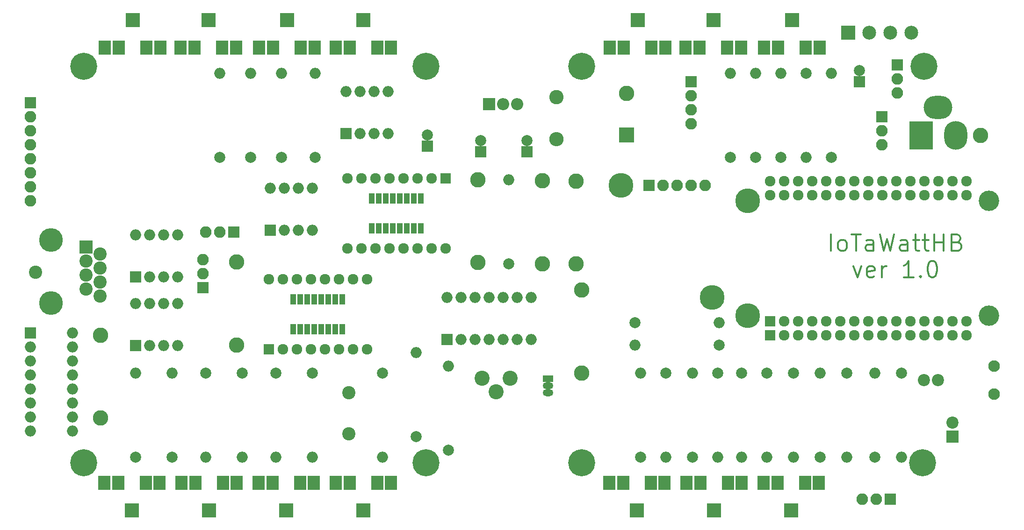
<source format=gts>
G04 #@! TF.FileFunction,Soldermask,Top*
%FSLAX46Y46*%
G04 Gerber Fmt 4.6, Leading zero omitted, Abs format (unit mm)*
G04 Created by KiCad (PCBNEW 4.0.7) date 12/21/17 09:23:24*
%MOMM*%
%LPD*%
G01*
G04 APERTURE LIST*
%ADD10C,0.100000*%
%ADD11C,0.300000*%
%ADD12C,4.900000*%
%ADD13R,2.800000X2.800000*%
%ADD14C,2.800000*%
%ADD15R,2.000000X2.000000*%
%ADD16C,2.000000*%
%ADD17O,2.000000X2.000000*%
%ADD18O,1.900000X1.300000*%
%ADD19R,1.900000X1.300000*%
%ADD20O,4.200000X5.200000*%
%ADD21R,4.200000X5.200000*%
%ADD22O,5.200000X4.200000*%
%ADD23C,2.600000*%
%ADD24O,2.600000X2.600000*%
%ADD25C,2.740000*%
%ADD26R,2.200000X2.600000*%
%ADD27R,2.600000X2.600000*%
%ADD28R,2.200000X2.200000*%
%ADD29C,2.200000*%
%ADD30R,1.000000X1.900000*%
%ADD31R,1.924000X1.924000*%
%ADD32C,1.924000*%
%ADD33C,2.400000*%
%ADD34R,2.400000X2.400000*%
%ADD35C,4.300000*%
%ADD36R,2.100000X2.100000*%
%ADD37O,2.100000X2.100000*%
%ADD38O,2.200000X2.200000*%
%ADD39C,2.100000*%
%ADD40C,2.500000*%
%ADD41R,2.500000X2.500000*%
%ADD42C,4.500000*%
%ADD43C,3.700000*%
G04 APERTURE END LIST*
D10*
D11*
X207233715Y-87603143D02*
X207233715Y-84603143D01*
X209090857Y-87603143D02*
X208805143Y-87460286D01*
X208662286Y-87317429D01*
X208519429Y-87031714D01*
X208519429Y-86174571D01*
X208662286Y-85888857D01*
X208805143Y-85746000D01*
X209090857Y-85603143D01*
X209519429Y-85603143D01*
X209805143Y-85746000D01*
X209948000Y-85888857D01*
X210090857Y-86174571D01*
X210090857Y-87031714D01*
X209948000Y-87317429D01*
X209805143Y-87460286D01*
X209519429Y-87603143D01*
X209090857Y-87603143D01*
X210948000Y-84603143D02*
X212662286Y-84603143D01*
X211805143Y-87603143D02*
X211805143Y-84603143D01*
X214948000Y-87603143D02*
X214948000Y-86031714D01*
X214805143Y-85746000D01*
X214519429Y-85603143D01*
X213948000Y-85603143D01*
X213662286Y-85746000D01*
X214948000Y-87460286D02*
X214662286Y-87603143D01*
X213948000Y-87603143D01*
X213662286Y-87460286D01*
X213519429Y-87174571D01*
X213519429Y-86888857D01*
X213662286Y-86603143D01*
X213948000Y-86460286D01*
X214662286Y-86460286D01*
X214948000Y-86317429D01*
X216090857Y-84603143D02*
X216805143Y-87603143D01*
X217376572Y-85460286D01*
X217948000Y-87603143D01*
X218662286Y-84603143D01*
X221090857Y-87603143D02*
X221090857Y-86031714D01*
X220948000Y-85746000D01*
X220662286Y-85603143D01*
X220090857Y-85603143D01*
X219805143Y-85746000D01*
X221090857Y-87460286D02*
X220805143Y-87603143D01*
X220090857Y-87603143D01*
X219805143Y-87460286D01*
X219662286Y-87174571D01*
X219662286Y-86888857D01*
X219805143Y-86603143D01*
X220090857Y-86460286D01*
X220805143Y-86460286D01*
X221090857Y-86317429D01*
X222090857Y-85603143D02*
X223233714Y-85603143D01*
X222519429Y-84603143D02*
X222519429Y-87174571D01*
X222662286Y-87460286D01*
X222948000Y-87603143D01*
X223233714Y-87603143D01*
X223805143Y-85603143D02*
X224948000Y-85603143D01*
X224233715Y-84603143D02*
X224233715Y-87174571D01*
X224376572Y-87460286D01*
X224662286Y-87603143D01*
X224948000Y-87603143D01*
X225948001Y-87603143D02*
X225948001Y-84603143D01*
X225948001Y-86031714D02*
X227662286Y-86031714D01*
X227662286Y-87603143D02*
X227662286Y-84603143D01*
X230090858Y-86031714D02*
X230519429Y-86174571D01*
X230662286Y-86317429D01*
X230805143Y-86603143D01*
X230805143Y-87031714D01*
X230662286Y-87317429D01*
X230519429Y-87460286D01*
X230233715Y-87603143D01*
X229090858Y-87603143D01*
X229090858Y-84603143D01*
X230090858Y-84603143D01*
X230376572Y-84746000D01*
X230519429Y-84888857D01*
X230662286Y-85174571D01*
X230662286Y-85460286D01*
X230519429Y-85746000D01*
X230376572Y-85888857D01*
X230090858Y-86031714D01*
X229090858Y-86031714D01*
X211305143Y-90403143D02*
X212019429Y-92403143D01*
X212733715Y-90403143D01*
X215019429Y-92260286D02*
X214733715Y-92403143D01*
X214162286Y-92403143D01*
X213876572Y-92260286D01*
X213733715Y-91974571D01*
X213733715Y-90831714D01*
X213876572Y-90546000D01*
X214162286Y-90403143D01*
X214733715Y-90403143D01*
X215019429Y-90546000D01*
X215162286Y-90831714D01*
X215162286Y-91117429D01*
X213733715Y-91403143D01*
X216448001Y-92403143D02*
X216448001Y-90403143D01*
X216448001Y-90974571D02*
X216590858Y-90688857D01*
X216733715Y-90546000D01*
X217019429Y-90403143D01*
X217305144Y-90403143D01*
X222162286Y-92403143D02*
X220448001Y-92403143D01*
X221305143Y-92403143D02*
X221305143Y-89403143D01*
X221019429Y-89831714D01*
X220733715Y-90117429D01*
X220448001Y-90260286D01*
X223448001Y-92117429D02*
X223590858Y-92260286D01*
X223448001Y-92403143D01*
X223305144Y-92260286D01*
X223448001Y-92117429D01*
X223448001Y-92403143D01*
X225448000Y-89403143D02*
X225733715Y-89403143D01*
X226019429Y-89546000D01*
X226162286Y-89688857D01*
X226305143Y-89974571D01*
X226448000Y-90546000D01*
X226448000Y-91260286D01*
X226305143Y-91831714D01*
X226162286Y-92117429D01*
X226019429Y-92260286D01*
X225733715Y-92403143D01*
X225448000Y-92403143D01*
X225162286Y-92260286D01*
X225019429Y-92117429D01*
X224876572Y-91831714D01*
X224733715Y-91260286D01*
X224733715Y-90546000D01*
X224876572Y-89974571D01*
X225019429Y-89688857D01*
X225162286Y-89546000D01*
X225448000Y-89403143D01*
D12*
X223774000Y-125984000D03*
D13*
X170180000Y-66548000D03*
D14*
X170180000Y-59048000D03*
D15*
X152146000Y-69596000D03*
D16*
X152146000Y-67596000D03*
D14*
X162052000Y-109728000D03*
X162052000Y-94728000D03*
D15*
X143764000Y-69596000D03*
D16*
X143764000Y-67596000D03*
D15*
X134112000Y-68580000D03*
D16*
X134112000Y-66580000D03*
D14*
X154940000Y-89916000D03*
X154940000Y-74916000D03*
X161036000Y-74930000D03*
X161036000Y-89930000D03*
D15*
X212344000Y-56896000D03*
D16*
X212344000Y-54896000D03*
D14*
X99568000Y-104648000D03*
X99568000Y-89648000D03*
X74930000Y-102870000D03*
X74930000Y-117870000D03*
X143256000Y-74676000D03*
X143256000Y-89676000D03*
D15*
X81280000Y-104775000D03*
D17*
X88900000Y-97155000D03*
X83820000Y-104775000D03*
X86360000Y-97155000D03*
X86360000Y-104775000D03*
X83820000Y-97155000D03*
X88900000Y-104775000D03*
X81280000Y-97155000D03*
D15*
X81280000Y-92329000D03*
D17*
X88900000Y-84709000D03*
X83820000Y-92329000D03*
X86360000Y-84709000D03*
X86360000Y-92329000D03*
X83820000Y-84709000D03*
X88900000Y-92329000D03*
X81280000Y-84709000D03*
D18*
X155956000Y-112014000D03*
X155956000Y-113284000D03*
D19*
X155956000Y-110744000D03*
D15*
X119380000Y-66294000D03*
D17*
X127000000Y-58674000D03*
X121920000Y-66294000D03*
X124460000Y-58674000D03*
X124460000Y-66294000D03*
X121920000Y-58674000D03*
X127000000Y-66294000D03*
X119380000Y-58674000D03*
D15*
X105664000Y-83820000D03*
D17*
X113284000Y-76200000D03*
X108204000Y-83820000D03*
X110744000Y-76200000D03*
X110744000Y-83820000D03*
X108204000Y-76200000D03*
X113284000Y-83820000D03*
X105664000Y-76200000D03*
D20*
X229820000Y-66675000D03*
D21*
X223520000Y-66675000D03*
D22*
X226620000Y-61595000D03*
D14*
X234320000Y-66675000D03*
D23*
X157480000Y-59690000D03*
D24*
X157480000Y-67310000D03*
D16*
X195580000Y-109728000D03*
D17*
X195580000Y-124968000D03*
D16*
X148844000Y-89916000D03*
D17*
X148844000Y-74676000D03*
D16*
X137922000Y-123698000D03*
D17*
X137922000Y-108458000D03*
D16*
X132080000Y-121285000D03*
D17*
X132080000Y-106045000D03*
D16*
X186944000Y-104648000D03*
D17*
X171704000Y-104648000D03*
D16*
X171704000Y-100584000D03*
D17*
X186944000Y-100584000D03*
D16*
X125984000Y-109728000D03*
D17*
X125984000Y-124968000D03*
D16*
X207264000Y-70612000D03*
D17*
X207264000Y-55372000D03*
D16*
X182118000Y-124968000D03*
D17*
X182118000Y-109728000D03*
D16*
X177292000Y-109728000D03*
D17*
X177292000Y-124968000D03*
D16*
X172720000Y-124968000D03*
D17*
X172720000Y-109728000D03*
D16*
X202692000Y-55372000D03*
D17*
X202692000Y-70612000D03*
D16*
X210058000Y-109728000D03*
D17*
X210058000Y-124968000D03*
D16*
X205232000Y-124968000D03*
D17*
X205232000Y-109728000D03*
D16*
X200406000Y-109728000D03*
D17*
X200406000Y-124968000D03*
D16*
X93980000Y-109728000D03*
D17*
X93980000Y-124968000D03*
D16*
X100584000Y-109728000D03*
D17*
X100584000Y-124968000D03*
D16*
X106680000Y-109728000D03*
D17*
X106680000Y-124968000D03*
D16*
X113284000Y-109728000D03*
D17*
X113284000Y-124968000D03*
D16*
X186690000Y-109728000D03*
D17*
X186690000Y-124968000D03*
D16*
X191008000Y-109728000D03*
D17*
X191008000Y-124968000D03*
D16*
X193548000Y-70612000D03*
D17*
X193548000Y-55372000D03*
D16*
X188976000Y-70612000D03*
D17*
X188976000Y-55372000D03*
D16*
X113792000Y-70612000D03*
D17*
X113792000Y-55372000D03*
D16*
X107696000Y-70612000D03*
D17*
X107696000Y-55372000D03*
D16*
X102108000Y-70612000D03*
D17*
X102108000Y-55372000D03*
D16*
X96520000Y-70612000D03*
D17*
X96520000Y-55372000D03*
D16*
X198120000Y-70612000D03*
D17*
X198120000Y-55372000D03*
D16*
X81280000Y-124968000D03*
D17*
X81280000Y-109728000D03*
D16*
X87884000Y-124968000D03*
D17*
X87884000Y-109728000D03*
D15*
X62230000Y-102489000D03*
D17*
X69850000Y-120269000D03*
X62230000Y-105029000D03*
X69850000Y-117729000D03*
X62230000Y-107569000D03*
X69850000Y-115189000D03*
X62230000Y-110109000D03*
X69850000Y-112649000D03*
X62230000Y-112649000D03*
X69850000Y-110109000D03*
X62230000Y-115189000D03*
X69850000Y-107569000D03*
X62230000Y-117729000D03*
X69850000Y-105029000D03*
X62230000Y-120269000D03*
X69850000Y-102489000D03*
D15*
X137668000Y-103632000D03*
D17*
X152908000Y-96012000D03*
X140208000Y-103632000D03*
X150368000Y-96012000D03*
X142748000Y-103632000D03*
X147828000Y-96012000D03*
X145288000Y-103632000D03*
X145288000Y-96012000D03*
X147828000Y-103632000D03*
X142748000Y-96012000D03*
X150368000Y-103632000D03*
X140208000Y-96012000D03*
X152908000Y-103632000D03*
X137668000Y-96012000D03*
D25*
X144098000Y-110666000D03*
X146598000Y-113166000D03*
X149098000Y-110666000D03*
D26*
X78145000Y-129620000D03*
X83145000Y-129620000D03*
X75645000Y-129620000D03*
X85645000Y-129620000D03*
D27*
X80645000Y-134620000D03*
D26*
X92115000Y-129620000D03*
X97115000Y-129620000D03*
X89615000Y-129620000D03*
X99615000Y-129620000D03*
D27*
X94615000Y-134620000D03*
D26*
X106085000Y-129620000D03*
X111085000Y-129620000D03*
X103585000Y-129620000D03*
X113585000Y-129620000D03*
D27*
X108585000Y-134620000D03*
D26*
X120055000Y-129620000D03*
X125055000Y-129620000D03*
X117555000Y-129620000D03*
X127555000Y-129620000D03*
D27*
X122555000Y-134620000D03*
D26*
X197525000Y-129620000D03*
X202525000Y-129620000D03*
X195025000Y-129620000D03*
X205025000Y-129620000D03*
D27*
X200025000Y-134620000D03*
D26*
X169585000Y-129620000D03*
X174585000Y-129620000D03*
X167085000Y-129620000D03*
X177085000Y-129620000D03*
D27*
X172085000Y-134620000D03*
D26*
X183555000Y-129620000D03*
X188555000Y-129620000D03*
X181055000Y-129620000D03*
X191055000Y-129620000D03*
D27*
X186055000Y-134620000D03*
D26*
X202652000Y-50720000D03*
X197652000Y-50720000D03*
X205152000Y-50720000D03*
X195152000Y-50720000D03*
D27*
X200152000Y-45720000D03*
D26*
X188428000Y-50720000D03*
X183428000Y-50720000D03*
X190928000Y-50720000D03*
X180928000Y-50720000D03*
D27*
X185928000Y-45720000D03*
D26*
X174712000Y-50720000D03*
X169712000Y-50720000D03*
X177212000Y-50720000D03*
X167212000Y-50720000D03*
D27*
X172212000Y-45720000D03*
D26*
X125055000Y-50720000D03*
X120055000Y-50720000D03*
X127555000Y-50720000D03*
X117555000Y-50720000D03*
D27*
X122555000Y-45720000D03*
D26*
X111212000Y-50720000D03*
X106212000Y-50720000D03*
X113712000Y-50720000D03*
X103712000Y-50720000D03*
D27*
X108712000Y-45720000D03*
D26*
X96988000Y-50720000D03*
X91988000Y-50720000D03*
X99488000Y-50720000D03*
X89488000Y-50720000D03*
D27*
X94488000Y-45720000D03*
D26*
X83272000Y-50720000D03*
X78272000Y-50720000D03*
X85772000Y-50720000D03*
X75772000Y-50720000D03*
D27*
X80772000Y-45720000D03*
D28*
X229235000Y-121285000D03*
D29*
X229235000Y-118745000D03*
D30*
X132969000Y-78072000D03*
X131699000Y-78072000D03*
X130429000Y-78072000D03*
X129159000Y-78072000D03*
X127889000Y-78072000D03*
X126619000Y-78072000D03*
X125349000Y-78072000D03*
X124079000Y-78072000D03*
X124079000Y-83472000D03*
X125349000Y-83472000D03*
X126619000Y-83472000D03*
X127889000Y-83472000D03*
X129159000Y-83472000D03*
X130429000Y-83472000D03*
X131699000Y-83472000D03*
X132969000Y-83472000D03*
D31*
X137414000Y-74422000D03*
D32*
X134874000Y-74422000D03*
X132334000Y-74422000D03*
X129794000Y-74422000D03*
X127254000Y-74422000D03*
X124714000Y-74422000D03*
X122174000Y-74422000D03*
X119634000Y-74422000D03*
X119634000Y-87122000D03*
X122174000Y-87122000D03*
X124714000Y-87122000D03*
X127254000Y-87122000D03*
X129794000Y-87122000D03*
X132334000Y-87122000D03*
X134874000Y-87122000D03*
X137414000Y-87122000D03*
D30*
X109855000Y-101760000D03*
X111125000Y-101760000D03*
X112395000Y-101760000D03*
X113665000Y-101760000D03*
X114935000Y-101760000D03*
X116205000Y-101760000D03*
X117475000Y-101760000D03*
X118745000Y-101760000D03*
X118745000Y-96360000D03*
X117475000Y-96360000D03*
X116205000Y-96360000D03*
X114935000Y-96360000D03*
X113665000Y-96360000D03*
X112395000Y-96360000D03*
X111125000Y-96360000D03*
X109855000Y-96360000D03*
D31*
X105410000Y-105410000D03*
D32*
X107950000Y-105410000D03*
X110490000Y-105410000D03*
X113030000Y-105410000D03*
X115570000Y-105410000D03*
X118110000Y-105410000D03*
X120650000Y-105410000D03*
X123190000Y-105410000D03*
X123190000Y-92710000D03*
X120650000Y-92710000D03*
X118110000Y-92710000D03*
X115570000Y-92710000D03*
X113030000Y-92710000D03*
X110490000Y-92710000D03*
X107950000Y-92710000D03*
X105410000Y-92710000D03*
D33*
X63216000Y-91440000D03*
X72360000Y-94488000D03*
D34*
X72360000Y-86888000D03*
D33*
X72360000Y-89428000D03*
X74900000Y-88158000D03*
X74900000Y-95758000D03*
D35*
X66000000Y-85618000D03*
X66000000Y-97048000D03*
D33*
X74900000Y-90698000D03*
X72360000Y-91968000D03*
X74900000Y-93238000D03*
D36*
X217932000Y-132588000D03*
D37*
X215392000Y-132588000D03*
X212852000Y-132588000D03*
D36*
X219202000Y-53848000D03*
D37*
X219202000Y-56388000D03*
X219202000Y-58928000D03*
D36*
X216408000Y-63246000D03*
D37*
X216408000Y-65786000D03*
X216408000Y-68326000D03*
D36*
X93472000Y-94234000D03*
D37*
X93472000Y-91694000D03*
X93472000Y-89154000D03*
D36*
X99060000Y-84201000D03*
D37*
X96520000Y-84201000D03*
X93980000Y-84201000D03*
D28*
X145288000Y-60960000D03*
D38*
X147828000Y-60960000D03*
X150368000Y-60960000D03*
D33*
X119888000Y-113284000D03*
X119888000Y-120784000D03*
D36*
X181864000Y-56896000D03*
D37*
X181864000Y-59436000D03*
X181864000Y-61976000D03*
X181864000Y-64516000D03*
D16*
X215138000Y-124968000D03*
D17*
X215138000Y-109728000D03*
D16*
X219964000Y-109728000D03*
D17*
X219964000Y-124968000D03*
D29*
X224028000Y-110998000D03*
X226568000Y-110998000D03*
D39*
X236728000Y-108458000D03*
X236728000Y-113538000D03*
D40*
X221742000Y-48006000D03*
X217932000Y-48006000D03*
D41*
X210312000Y-48006000D03*
D40*
X214122000Y-48006000D03*
D12*
X162052000Y-125984000D03*
X133858000Y-125984000D03*
X71882000Y-125984000D03*
X71882000Y-54102000D03*
X133858000Y-54102000D03*
X162052000Y-54102000D03*
X224028000Y-54102000D03*
D36*
X62230000Y-60706000D03*
D37*
X62230000Y-63246000D03*
X62230000Y-65786000D03*
X62230000Y-68326000D03*
X62230000Y-70866000D03*
X62230000Y-73406000D03*
X62230000Y-75946000D03*
X62230000Y-78486000D03*
D36*
X174244000Y-75692000D03*
D37*
X176784000Y-75692000D03*
X179324000Y-75692000D03*
X181864000Y-75692000D03*
X184404000Y-75692000D03*
D42*
X169164000Y-75692000D03*
X185674000Y-96012000D03*
D32*
X231775000Y-77470000D03*
X229235000Y-77470000D03*
X226695000Y-77470000D03*
X224155000Y-77470000D03*
X221615000Y-77470000D03*
X219075000Y-77470000D03*
X216535000Y-77470000D03*
X213995000Y-77470000D03*
X211455000Y-77470000D03*
X208915000Y-77470000D03*
X206375000Y-77470000D03*
X203835000Y-77470000D03*
X201295000Y-77470000D03*
X198755000Y-77470000D03*
X196215000Y-77470000D03*
X196215000Y-74930000D03*
X198755000Y-74930000D03*
X201295000Y-74930000D03*
X203835000Y-74930000D03*
X206375000Y-74930000D03*
X208915000Y-74930000D03*
X211455000Y-74930000D03*
X213995000Y-74930000D03*
X216535000Y-74930000D03*
X219075000Y-74930000D03*
X221615000Y-74930000D03*
X224155000Y-74930000D03*
X226695000Y-74930000D03*
X229235000Y-74930000D03*
X231775000Y-74930000D03*
X231775000Y-100330000D03*
X229235000Y-100330000D03*
X226695000Y-100330000D03*
X224155000Y-100330000D03*
X221615000Y-100330000D03*
X219075000Y-100330000D03*
X216535000Y-100330000D03*
X213995000Y-100330000D03*
X211455000Y-100330000D03*
X208915000Y-100330000D03*
X206375000Y-100330000D03*
X203835000Y-100330000D03*
X201295000Y-100330000D03*
X198755000Y-100330000D03*
D31*
X196215000Y-100330000D03*
X196215000Y-102870000D03*
D32*
X198755000Y-102870000D03*
X201295000Y-102870000D03*
X203835000Y-102870000D03*
X206375000Y-102870000D03*
X208915000Y-102870000D03*
X211455000Y-102870000D03*
X213995000Y-102870000D03*
X216535000Y-102870000D03*
X219075000Y-102870000D03*
X221615000Y-102870000D03*
X224155000Y-102870000D03*
X226695000Y-102870000D03*
X229235000Y-102870000D03*
X231775000Y-102870000D03*
D42*
X192151000Y-78486000D03*
X192151000Y-99314000D03*
D43*
X235839000Y-78486000D03*
X235839000Y-99314000D03*
M02*

</source>
